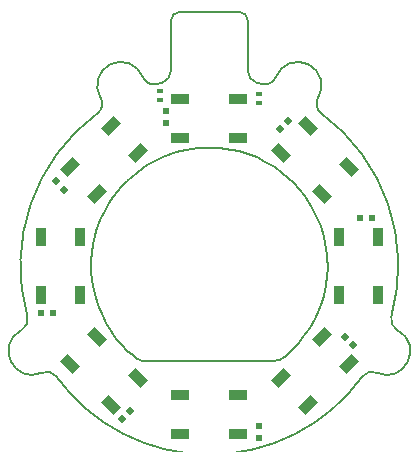
<source format=gtp>
G04*
G04 #@! TF.GenerationSoftware,Altium Limited,Altium Designer,21.8.1 (53)*
G04*
G04 Layer_Color=8421504*
%FSAX25Y25*%
%MOIN*%
G70*
G04*
G04 #@! TF.SameCoordinates,0877F43B-692F-42B8-B247-028E53A2D651*
G04*
G04*
G04 #@! TF.FilePolarity,Positive*
G04*
G01*
G75*
%ADD11C,0.00787*%
%ADD12R,0.05906X0.03543*%
G04:AMPARAMS|DCode=13|XSize=59.06mil|YSize=35.43mil|CornerRadius=0mil|HoleSize=0mil|Usage=FLASHONLY|Rotation=225.000|XOffset=0mil|YOffset=0mil|HoleType=Round|Shape=Rectangle|*
%AMROTATEDRECTD13*
4,1,4,0.00835,0.03341,0.03341,0.00835,-0.00835,-0.03341,-0.03341,-0.00835,0.00835,0.03341,0.0*
%
%ADD13ROTATEDRECTD13*%

%ADD14R,0.03543X0.05906*%
G04:AMPARAMS|DCode=15|XSize=59.06mil|YSize=35.43mil|CornerRadius=0mil|HoleSize=0mil|Usage=FLASHONLY|Rotation=315.000|XOffset=0mil|YOffset=0mil|HoleType=Round|Shape=Rectangle|*
%AMROTATEDRECTD15*
4,1,4,-0.03341,0.00835,-0.00835,0.03341,0.03341,-0.00835,0.00835,-0.03341,-0.03341,0.00835,0.0*
%
%ADD15ROTATEDRECTD15*%

G04:AMPARAMS|DCode=16|XSize=19.68mil|YSize=21.65mil|CornerRadius=0mil|HoleSize=0mil|Usage=FLASHONLY|Rotation=315.000|XOffset=0mil|YOffset=0mil|HoleType=Round|Shape=Rectangle|*
%AMROTATEDRECTD16*
4,1,4,-0.01462,-0.00070,0.00070,0.01462,0.01462,0.00070,-0.00070,-0.01462,-0.01462,-0.00070,0.0*
%
%ADD16ROTATEDRECTD16*%

%ADD17R,0.02461X0.01280*%
%ADD18R,0.02165X0.01968*%
G04:AMPARAMS|DCode=19|XSize=19.68mil|YSize=21.65mil|CornerRadius=0mil|HoleSize=0mil|Usage=FLASHONLY|Rotation=45.000|XOffset=0mil|YOffset=0mil|HoleType=Round|Shape=Rectangle|*
%AMROTATEDRECTD19*
4,1,4,0.00070,-0.01462,-0.01462,0.00070,-0.00070,0.01462,0.01462,-0.00070,0.00070,-0.01462,0.0*
%
%ADD19ROTATEDRECTD19*%

%ADD20R,0.01968X0.02165*%
D11*
X-0024319Y-0031866D02*
G03*
X-0022417Y-0032653I0001897J0001892D01*
G01*
X0021768Y-0032650D02*
G03*
X0025181Y-0031236I-0000007J0004845D01*
G01*
X-0062660Y-0022428D02*
G03*
X-0060669Y-0017867I-0001801J0003501D01*
G01*
X-0062660Y-0022428D02*
G03*
X-0055813Y-0036604I0003601J-0007002D01*
G01*
X-0051003Y-0037880D02*
G03*
X-0055813Y-0036604I-0003187J-0002311D01*
G01*
X-0051003Y-0037880D02*
G03*
X0050995Y-0037880I0050999J0036974D01*
G01*
X0055805Y-0036604D02*
G03*
X0050995Y-0037880I-0001623J-0003587D01*
G01*
X0060661Y-0017867D02*
G03*
X0062652Y-0022428I0003792J-0001060D01*
G01*
X0055805Y-0036604D02*
G03*
X0062652Y-0022428I0003246J0007174D01*
G01*
X0060661Y-0017867D02*
G03*
X0037293Y0049857I-0060665J0016961D01*
G01*
X0036257Y0055071D02*
G03*
X0037293Y0049857I0003367J-0002041D01*
G01*
X0036257Y0055071D02*
G03*
X0022180Y0061992I-0006733J0004082D01*
G01*
X0017419Y0059628D02*
G03*
X0022180Y0061992I0001089J0003783D01*
G01*
X0017419Y0059628D02*
G03*
X0015709Y0060094I-0017423J-0060534D01*
G01*
X0012894Y0063874D02*
G03*
X0015602Y0060134I0003940J0000003D01*
G01*
X0012894Y0080611D02*
G03*
X0009748Y0083756I-0003145J0000000D01*
G01*
X-0009709D02*
G03*
X-0012854Y0080611I0000000J-0003145D01*
G01*
X-0015563Y0060134D02*
G03*
X-0017427Y0059628I0015559J-0061040D01*
G01*
X-0015563Y0060134D02*
G03*
X-0012854Y0063874I-0001232J0003743D01*
G01*
X-0022188Y0061992D02*
G03*
X-0017427Y0059628I0003672J0001419D01*
G01*
X-0022188Y0061992D02*
G03*
X-0036265Y0055071I-0007344J-0002839D01*
G01*
X-0037301Y0049857D02*
G03*
X-0036265Y0055071I-0002331J0003173D01*
G01*
X-0037301Y0049857D02*
G03*
X-0060669Y-0017867I0037297J-0050763D01*
G01*
X0015709Y0060094D02*
G03*
X0015602Y0060134I-0000180J-0000323D01*
G01*
X-0007784Y0037689D02*
X-0003803Y0038405D01*
X0007709Y0037701D02*
X0009961Y0037185D01*
X-0024272Y0030055D02*
X-0021961Y0031768D01*
X0031988Y0022126D02*
X0034303Y0018421D01*
X0038898Y-0007240D02*
X0039260Y-0004413D01*
X-0038484Y-0009173D02*
X-0037165Y-0013898D01*
X0030996Y-0025181D02*
X0033516Y-0021559D01*
X-0029110Y-0027409D02*
X-0027362Y-0029252D01*
X-0011000Y0036898D02*
X-0007784Y0037689D01*
X0005315Y0038102D02*
X0007709Y0037701D01*
X0028051Y0026752D02*
X0031988Y0022126D01*
X-0035236Y0016713D02*
X-0033457Y0019847D01*
X0038681Y0006461D02*
X0038984Y0004634D01*
X-0039173Y0003228D02*
X-0038681Y0006279D01*
X-0037165Y-0013898D02*
X-0035543Y-0017835D01*
X-0027362Y-0029252D02*
X-0025591Y-0030827D01*
X-0027362Y0027441D02*
X-0024272Y0030055D01*
X0024331Y0030047D02*
X0028051Y0026752D01*
X-0035689Y0015713D02*
X-0035236Y0016713D01*
X0038169Y0008740D02*
X0038681Y0006461D01*
X-0039319Y0001063D02*
X-0039173Y0003228D01*
X0039260Y-0004413D02*
X0039394Y-0001819D01*
X-0035543Y-0017835D02*
X-0034335Y-0020173D01*
X0033516Y-0021559D02*
X0035138Y-0018622D01*
X0003500Y0038307D02*
X0005315Y0038102D01*
X-0015358Y0035342D02*
X-0011000Y0036898D01*
X-0029110Y0025602D02*
X-0027362Y0027441D01*
X0037079Y0012327D02*
X0038169Y0008740D01*
X-0036319Y0014252D02*
X-0035689Y0015713D01*
X0039394Y-0001819D02*
X0039425Y-0000587D01*
X0035138Y-0018622D02*
X0036496Y-0015669D01*
X-0025591Y-0030827D02*
X-0024319Y-0031866D01*
X0025181Y-0031236D02*
X0025787Y-0030630D01*
X0001291Y0038421D02*
X0003500Y0038307D01*
X-0017335Y0034441D02*
X-0015358Y0035342D01*
X0021768Y0031898D02*
X0024331Y0030047D01*
X-0032098Y0021890D02*
X-0029110Y0025602D01*
X-0039319Y-0002874D02*
Y0001063D01*
X0036496Y-0015669D02*
X0037472Y-0013008D01*
X-0034335Y-0020173D02*
X-0032098Y-0023701D01*
X0025787Y-0030630D02*
X0028445Y-0028169D01*
X-0022417Y-0032653D02*
X-0021961Y-0032650D01*
X-0001224Y0038453D02*
X0001291Y0038421D01*
X0012874Y0036299D02*
X0015870Y0035126D01*
X0018701Y0033740D02*
X0021768Y0031898D01*
X0035693Y0015709D02*
X0037079Y0012327D01*
X-0037634Y0010657D02*
X-0036319Y0014252D01*
X0039323Y0001063D02*
X0039425Y-0000587D01*
X-0039319Y-0002874D02*
X-0039075Y-0006024D01*
X-0032098Y-0023701D02*
X-0030953Y-0025236D01*
X0028445Y-0028169D02*
X0029847Y-0026579D01*
X-0021961Y-0032650D02*
X0021768D01*
X0009961Y0037185D02*
X0012874Y0036299D01*
X-0020736Y0032563D02*
X-0017335Y0034441D01*
X0015870Y0035126D02*
X0018701Y0033740D01*
X-0032803Y0020862D02*
X-0032098Y0021890D01*
X0034303Y0018421D02*
X0035693Y0015709D01*
X-0038118Y0008937D02*
X-0037634Y0010657D01*
X0039213Y0002717D02*
X0039323Y0001063D01*
X-0039075Y-0006024D02*
X-0038484Y-0009173D01*
X0037472Y-0013008D02*
X0038091Y-0010957D01*
X-0003803Y0038405D02*
X-0001224Y0038453D01*
X-0021961Y0031768D02*
X-0020736Y0032563D01*
X-0033457Y0019847D02*
X-0032803Y0020862D01*
X0038984Y0004634D02*
X0039213Y0002717D01*
X-0038681Y0006279D02*
X-0038118Y0008937D01*
X0038091Y-0010957D02*
X0038898Y-0007240D01*
X-0030953Y-0025236D02*
X-0029110Y-0027409D01*
X0029847Y-0026579D02*
X0030996Y-0025181D01*
X0012894Y0063874D02*
Y0080611D01*
X-0009709Y0083756D02*
X0009748D01*
X-0012854Y0063874D02*
Y0080611D01*
D12*
X-0009630Y-0057110D02*
D03*
Y-0044118D02*
D03*
X0009661D02*
D03*
Y-0057110D02*
D03*
X0009646Y0054626D02*
D03*
Y0041634D02*
D03*
X-0009646D02*
D03*
Y0054626D02*
D03*
D13*
X0032934Y-0047473D02*
D03*
X0023747Y-0038286D02*
D03*
X0037389Y-0024645D02*
D03*
X0046575Y-0033832D02*
D03*
X-0032899Y0045654D02*
D03*
X-0023712Y0036467D02*
D03*
X-0037353Y0022826D02*
D03*
X-0046540Y0032013D02*
D03*
D14*
X0056221Y-0010559D02*
D03*
X0043228D02*
D03*
Y0008732D02*
D03*
X0056221D02*
D03*
X-0056185Y-0010551D02*
D03*
X-0043193D02*
D03*
Y0008740D02*
D03*
X-0056185D02*
D03*
D15*
X0046579Y0032009D02*
D03*
X0037393Y0022822D02*
D03*
X0023751Y0036463D02*
D03*
X0032938Y0045650D02*
D03*
X-0032903Y-0047469D02*
D03*
X-0023716Y-0038282D02*
D03*
X-0037357Y-0024641D02*
D03*
X-0046544Y-0033828D02*
D03*
D16*
X0047849Y-0027475D02*
D03*
X0045065Y-0024691D02*
D03*
X-0051283Y0027178D02*
D03*
X-0048499Y0024394D02*
D03*
D17*
X-0016339Y0054429D02*
D03*
Y0057185D02*
D03*
X0016432Y0053404D02*
D03*
Y0056160D02*
D03*
D18*
X0016634Y-0054528D02*
D03*
Y-0058465D02*
D03*
X-0014546Y0050460D02*
D03*
Y0046523D02*
D03*
D19*
X0023477Y0044508D02*
D03*
X0026261Y0047291D02*
D03*
X-0026474Y-0049339D02*
D03*
X-0029258Y-0052122D02*
D03*
D20*
X0050184Y0014982D02*
D03*
X0054121D02*
D03*
X-0056211Y-0016708D02*
D03*
X-0052274D02*
D03*
M02*

</source>
